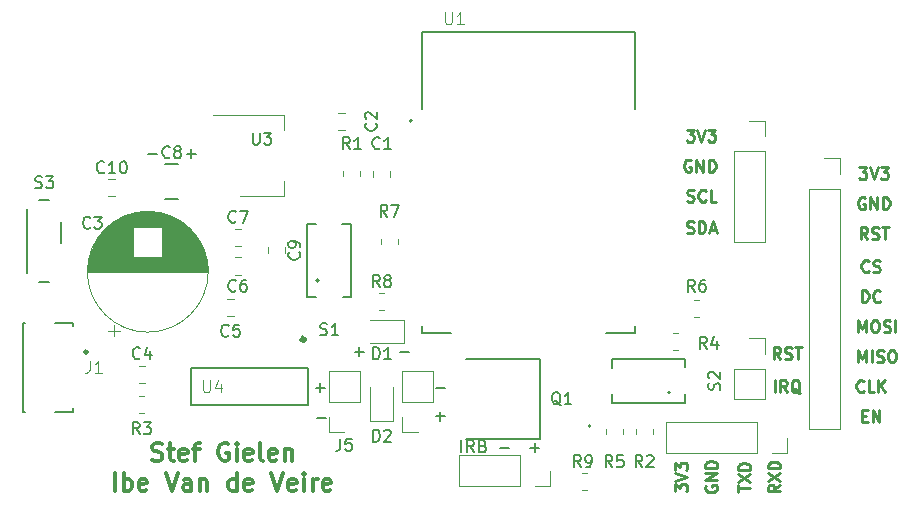
<source format=gbr>
%TF.GenerationSoftware,KiCad,Pcbnew,(5.1.9)-1*%
%TF.CreationDate,2021-04-09T17:12:20+02:00*%
%TF.ProjectId,mainboard,6d61696e-626f-4617-9264-2e6b69636164,rev?*%
%TF.SameCoordinates,Original*%
%TF.FileFunction,Legend,Top*%
%TF.FilePolarity,Positive*%
%FSLAX46Y46*%
G04 Gerber Fmt 4.6, Leading zero omitted, Abs format (unit mm)*
G04 Created by KiCad (PCBNEW (5.1.9)-1) date 2021-04-09 17:12:20*
%MOMM*%
%LPD*%
G01*
G04 APERTURE LIST*
%ADD10C,0.150000*%
%ADD11C,0.250000*%
%ADD12C,0.300000*%
%ADD13C,0.120000*%
%ADD14C,0.127000*%
%ADD15C,0.200000*%
%ADD16C,0.203200*%
%ADD17C,0.406400*%
%ADD18C,0.015000*%
G04 APERTURE END LIST*
D10*
X106172047Y-107005428D02*
X106933952Y-107005428D01*
X106172047Y-109418428D02*
X106933952Y-109418428D01*
X106553000Y-109799380D02*
X106553000Y-109037476D01*
X96139047Y-109545428D02*
X96900952Y-109545428D01*
X96012047Y-107005428D02*
X96773952Y-107005428D01*
X96393000Y-107386380D02*
X96393000Y-106624476D01*
X114173047Y-112085428D02*
X114934952Y-112085428D01*
X114554000Y-112466380D02*
X114554000Y-111704476D01*
X111633047Y-112085428D02*
X112394952Y-112085428D01*
X108347000Y-112466380D02*
X108347000Y-111466380D01*
X109394619Y-112466380D02*
X109061285Y-111990190D01*
X108823190Y-112466380D02*
X108823190Y-111466380D01*
X109204142Y-111466380D01*
X109299380Y-111514000D01*
X109347000Y-111561619D01*
X109394619Y-111656857D01*
X109394619Y-111799714D01*
X109347000Y-111894952D01*
X109299380Y-111942571D01*
X109204142Y-111990190D01*
X108823190Y-111990190D01*
X110156523Y-111942571D02*
X110299380Y-111990190D01*
X110347000Y-112037809D01*
X110394619Y-112133047D01*
X110394619Y-112275904D01*
X110347000Y-112371142D01*
X110299380Y-112418761D01*
X110204142Y-112466380D01*
X109823190Y-112466380D01*
X109823190Y-111466380D01*
X110156523Y-111466380D01*
X110251761Y-111514000D01*
X110299380Y-111561619D01*
X110347000Y-111656857D01*
X110347000Y-111752095D01*
X110299380Y-111847333D01*
X110251761Y-111894952D01*
X110156523Y-111942571D01*
X109823190Y-111942571D01*
X85090047Y-87193428D02*
X85851952Y-87193428D01*
X85471000Y-87574380D02*
X85471000Y-86812476D01*
X81788047Y-87193428D02*
X82549952Y-87193428D01*
X99314047Y-103957428D02*
X100075952Y-103957428D01*
X99695000Y-104338380D02*
X99695000Y-103576476D01*
X103124047Y-103957428D02*
X103885952Y-103957428D01*
D11*
X127412904Y-85177380D02*
X128031952Y-85177380D01*
X127698619Y-85558333D01*
X127841476Y-85558333D01*
X127936714Y-85605952D01*
X127984333Y-85653571D01*
X128031952Y-85748809D01*
X128031952Y-85986904D01*
X127984333Y-86082142D01*
X127936714Y-86129761D01*
X127841476Y-86177380D01*
X127555761Y-86177380D01*
X127460523Y-86129761D01*
X127412904Y-86082142D01*
X128317666Y-85177380D02*
X128651000Y-86177380D01*
X128984333Y-85177380D01*
X129222428Y-85177380D02*
X129841476Y-85177380D01*
X129508142Y-85558333D01*
X129651000Y-85558333D01*
X129746238Y-85605952D01*
X129793857Y-85653571D01*
X129841476Y-85748809D01*
X129841476Y-85986904D01*
X129793857Y-86082142D01*
X129746238Y-86129761D01*
X129651000Y-86177380D01*
X129365285Y-86177380D01*
X129270047Y-86129761D01*
X129222428Y-86082142D01*
X127762095Y-87765000D02*
X127666857Y-87717380D01*
X127524000Y-87717380D01*
X127381142Y-87765000D01*
X127285904Y-87860238D01*
X127238285Y-87955476D01*
X127190666Y-88145952D01*
X127190666Y-88288809D01*
X127238285Y-88479285D01*
X127285904Y-88574523D01*
X127381142Y-88669761D01*
X127524000Y-88717380D01*
X127619238Y-88717380D01*
X127762095Y-88669761D01*
X127809714Y-88622142D01*
X127809714Y-88288809D01*
X127619238Y-88288809D01*
X128238285Y-88717380D02*
X128238285Y-87717380D01*
X128809714Y-88717380D01*
X128809714Y-87717380D01*
X129285904Y-88717380D02*
X129285904Y-87717380D01*
X129524000Y-87717380D01*
X129666857Y-87765000D01*
X129762095Y-87860238D01*
X129809714Y-87955476D01*
X129857333Y-88145952D01*
X129857333Y-88288809D01*
X129809714Y-88479285D01*
X129762095Y-88574523D01*
X129666857Y-88669761D01*
X129524000Y-88717380D01*
X129285904Y-88717380D01*
X127460523Y-91209761D02*
X127603380Y-91257380D01*
X127841476Y-91257380D01*
X127936714Y-91209761D01*
X127984333Y-91162142D01*
X128031952Y-91066904D01*
X128031952Y-90971666D01*
X127984333Y-90876428D01*
X127936714Y-90828809D01*
X127841476Y-90781190D01*
X127651000Y-90733571D01*
X127555761Y-90685952D01*
X127508142Y-90638333D01*
X127460523Y-90543095D01*
X127460523Y-90447857D01*
X127508142Y-90352619D01*
X127555761Y-90305000D01*
X127651000Y-90257380D01*
X127889095Y-90257380D01*
X128031952Y-90305000D01*
X129031952Y-91162142D02*
X128984333Y-91209761D01*
X128841476Y-91257380D01*
X128746238Y-91257380D01*
X128603380Y-91209761D01*
X128508142Y-91114523D01*
X128460523Y-91019285D01*
X128412904Y-90828809D01*
X128412904Y-90685952D01*
X128460523Y-90495476D01*
X128508142Y-90400238D01*
X128603380Y-90305000D01*
X128746238Y-90257380D01*
X128841476Y-90257380D01*
X128984333Y-90305000D01*
X129031952Y-90352619D01*
X129936714Y-91257380D02*
X129460523Y-91257380D01*
X129460523Y-90257380D01*
X127436714Y-93876761D02*
X127579571Y-93924380D01*
X127817666Y-93924380D01*
X127912904Y-93876761D01*
X127960523Y-93829142D01*
X128008142Y-93733904D01*
X128008142Y-93638666D01*
X127960523Y-93543428D01*
X127912904Y-93495809D01*
X127817666Y-93448190D01*
X127627190Y-93400571D01*
X127531952Y-93352952D01*
X127484333Y-93305333D01*
X127436714Y-93210095D01*
X127436714Y-93114857D01*
X127484333Y-93019619D01*
X127531952Y-92972000D01*
X127627190Y-92924380D01*
X127865285Y-92924380D01*
X128008142Y-92972000D01*
X128436714Y-93924380D02*
X128436714Y-92924380D01*
X128674809Y-92924380D01*
X128817666Y-92972000D01*
X128912904Y-93067238D01*
X128960523Y-93162476D01*
X129008142Y-93352952D01*
X129008142Y-93495809D01*
X128960523Y-93686285D01*
X128912904Y-93781523D01*
X128817666Y-93876761D01*
X128674809Y-93924380D01*
X128436714Y-93924380D01*
X129389095Y-93638666D02*
X129865285Y-93638666D01*
X129293857Y-93924380D02*
X129627190Y-92924380D01*
X129960523Y-93924380D01*
X142017904Y-88352380D02*
X142636952Y-88352380D01*
X142303619Y-88733333D01*
X142446476Y-88733333D01*
X142541714Y-88780952D01*
X142589333Y-88828571D01*
X142636952Y-88923809D01*
X142636952Y-89161904D01*
X142589333Y-89257142D01*
X142541714Y-89304761D01*
X142446476Y-89352380D01*
X142160761Y-89352380D01*
X142065523Y-89304761D01*
X142017904Y-89257142D01*
X142922666Y-88352380D02*
X143256000Y-89352380D01*
X143589333Y-88352380D01*
X143827428Y-88352380D02*
X144446476Y-88352380D01*
X144113142Y-88733333D01*
X144256000Y-88733333D01*
X144351238Y-88780952D01*
X144398857Y-88828571D01*
X144446476Y-88923809D01*
X144446476Y-89161904D01*
X144398857Y-89257142D01*
X144351238Y-89304761D01*
X144256000Y-89352380D01*
X143970285Y-89352380D01*
X143875047Y-89304761D01*
X143827428Y-89257142D01*
X142494095Y-90940000D02*
X142398857Y-90892380D01*
X142256000Y-90892380D01*
X142113142Y-90940000D01*
X142017904Y-91035238D01*
X141970285Y-91130476D01*
X141922666Y-91320952D01*
X141922666Y-91463809D01*
X141970285Y-91654285D01*
X142017904Y-91749523D01*
X142113142Y-91844761D01*
X142256000Y-91892380D01*
X142351238Y-91892380D01*
X142494095Y-91844761D01*
X142541714Y-91797142D01*
X142541714Y-91463809D01*
X142351238Y-91463809D01*
X142970285Y-91892380D02*
X142970285Y-90892380D01*
X143541714Y-91892380D01*
X143541714Y-90892380D01*
X144017904Y-91892380D02*
X144017904Y-90892380D01*
X144256000Y-90892380D01*
X144398857Y-90940000D01*
X144494095Y-91035238D01*
X144541714Y-91130476D01*
X144589333Y-91320952D01*
X144589333Y-91463809D01*
X144541714Y-91654285D01*
X144494095Y-91749523D01*
X144398857Y-91844761D01*
X144256000Y-91892380D01*
X144017904Y-91892380D01*
X142708380Y-94432380D02*
X142375047Y-93956190D01*
X142136952Y-94432380D02*
X142136952Y-93432380D01*
X142517904Y-93432380D01*
X142613142Y-93480000D01*
X142660761Y-93527619D01*
X142708380Y-93622857D01*
X142708380Y-93765714D01*
X142660761Y-93860952D01*
X142613142Y-93908571D01*
X142517904Y-93956190D01*
X142136952Y-93956190D01*
X143089333Y-94384761D02*
X143232190Y-94432380D01*
X143470285Y-94432380D01*
X143565523Y-94384761D01*
X143613142Y-94337142D01*
X143660761Y-94241904D01*
X143660761Y-94146666D01*
X143613142Y-94051428D01*
X143565523Y-94003809D01*
X143470285Y-93956190D01*
X143279809Y-93908571D01*
X143184571Y-93860952D01*
X143136952Y-93813333D01*
X143089333Y-93718095D01*
X143089333Y-93622857D01*
X143136952Y-93527619D01*
X143184571Y-93480000D01*
X143279809Y-93432380D01*
X143517904Y-93432380D01*
X143660761Y-93480000D01*
X143946476Y-93432380D02*
X144517904Y-93432380D01*
X144232190Y-94432380D02*
X144232190Y-93432380D01*
X142835333Y-97131142D02*
X142787714Y-97178761D01*
X142644857Y-97226380D01*
X142549619Y-97226380D01*
X142406761Y-97178761D01*
X142311523Y-97083523D01*
X142263904Y-96988285D01*
X142216285Y-96797809D01*
X142216285Y-96654952D01*
X142263904Y-96464476D01*
X142311523Y-96369238D01*
X142406761Y-96274000D01*
X142549619Y-96226380D01*
X142644857Y-96226380D01*
X142787714Y-96274000D01*
X142835333Y-96321619D01*
X143216285Y-97178761D02*
X143359142Y-97226380D01*
X143597238Y-97226380D01*
X143692476Y-97178761D01*
X143740095Y-97131142D01*
X143787714Y-97035904D01*
X143787714Y-96940666D01*
X143740095Y-96845428D01*
X143692476Y-96797809D01*
X143597238Y-96750190D01*
X143406761Y-96702571D01*
X143311523Y-96654952D01*
X143263904Y-96607333D01*
X143216285Y-96512095D01*
X143216285Y-96416857D01*
X143263904Y-96321619D01*
X143311523Y-96274000D01*
X143406761Y-96226380D01*
X143644857Y-96226380D01*
X143787714Y-96274000D01*
X142240095Y-99766380D02*
X142240095Y-98766380D01*
X142478190Y-98766380D01*
X142621047Y-98814000D01*
X142716285Y-98909238D01*
X142763904Y-99004476D01*
X142811523Y-99194952D01*
X142811523Y-99337809D01*
X142763904Y-99528285D01*
X142716285Y-99623523D01*
X142621047Y-99718761D01*
X142478190Y-99766380D01*
X142240095Y-99766380D01*
X143811523Y-99671142D02*
X143763904Y-99718761D01*
X143621047Y-99766380D01*
X143525809Y-99766380D01*
X143382952Y-99718761D01*
X143287714Y-99623523D01*
X143240095Y-99528285D01*
X143192476Y-99337809D01*
X143192476Y-99194952D01*
X143240095Y-99004476D01*
X143287714Y-98909238D01*
X143382952Y-98814000D01*
X143525809Y-98766380D01*
X143621047Y-98766380D01*
X143763904Y-98814000D01*
X143811523Y-98861619D01*
X141938571Y-102306380D02*
X141938571Y-101306380D01*
X142271904Y-102020666D01*
X142605238Y-101306380D01*
X142605238Y-102306380D01*
X143271904Y-101306380D02*
X143462380Y-101306380D01*
X143557619Y-101354000D01*
X143652857Y-101449238D01*
X143700476Y-101639714D01*
X143700476Y-101973047D01*
X143652857Y-102163523D01*
X143557619Y-102258761D01*
X143462380Y-102306380D01*
X143271904Y-102306380D01*
X143176666Y-102258761D01*
X143081428Y-102163523D01*
X143033809Y-101973047D01*
X143033809Y-101639714D01*
X143081428Y-101449238D01*
X143176666Y-101354000D01*
X143271904Y-101306380D01*
X144081428Y-102258761D02*
X144224285Y-102306380D01*
X144462380Y-102306380D01*
X144557619Y-102258761D01*
X144605238Y-102211142D01*
X144652857Y-102115904D01*
X144652857Y-102020666D01*
X144605238Y-101925428D01*
X144557619Y-101877809D01*
X144462380Y-101830190D01*
X144271904Y-101782571D01*
X144176666Y-101734952D01*
X144129047Y-101687333D01*
X144081428Y-101592095D01*
X144081428Y-101496857D01*
X144129047Y-101401619D01*
X144176666Y-101354000D01*
X144271904Y-101306380D01*
X144510000Y-101306380D01*
X144652857Y-101354000D01*
X145081428Y-102306380D02*
X145081428Y-101306380D01*
X141938571Y-104846380D02*
X141938571Y-103846380D01*
X142271904Y-104560666D01*
X142605238Y-103846380D01*
X142605238Y-104846380D01*
X143081428Y-104846380D02*
X143081428Y-103846380D01*
X143510000Y-104798761D02*
X143652857Y-104846380D01*
X143890952Y-104846380D01*
X143986190Y-104798761D01*
X144033809Y-104751142D01*
X144081428Y-104655904D01*
X144081428Y-104560666D01*
X144033809Y-104465428D01*
X143986190Y-104417809D01*
X143890952Y-104370190D01*
X143700476Y-104322571D01*
X143605238Y-104274952D01*
X143557619Y-104227333D01*
X143510000Y-104132095D01*
X143510000Y-104036857D01*
X143557619Y-103941619D01*
X143605238Y-103894000D01*
X143700476Y-103846380D01*
X143938571Y-103846380D01*
X144081428Y-103894000D01*
X144700476Y-103846380D02*
X144890952Y-103846380D01*
X144986190Y-103894000D01*
X145081428Y-103989238D01*
X145129047Y-104179714D01*
X145129047Y-104513047D01*
X145081428Y-104703523D01*
X144986190Y-104798761D01*
X144890952Y-104846380D01*
X144700476Y-104846380D01*
X144605238Y-104798761D01*
X144510000Y-104703523D01*
X144462380Y-104513047D01*
X144462380Y-104179714D01*
X144510000Y-103989238D01*
X144605238Y-103894000D01*
X144700476Y-103846380D01*
X142406761Y-107291142D02*
X142359142Y-107338761D01*
X142216285Y-107386380D01*
X142121047Y-107386380D01*
X141978190Y-107338761D01*
X141882952Y-107243523D01*
X141835333Y-107148285D01*
X141787714Y-106957809D01*
X141787714Y-106814952D01*
X141835333Y-106624476D01*
X141882952Y-106529238D01*
X141978190Y-106434000D01*
X142121047Y-106386380D01*
X142216285Y-106386380D01*
X142359142Y-106434000D01*
X142406761Y-106481619D01*
X143311523Y-107386380D02*
X142835333Y-107386380D01*
X142835333Y-106386380D01*
X143644857Y-107386380D02*
X143644857Y-106386380D01*
X144216285Y-107386380D02*
X143787714Y-106814952D01*
X144216285Y-106386380D02*
X143644857Y-106957809D01*
X142263904Y-109402571D02*
X142597238Y-109402571D01*
X142740095Y-109926380D02*
X142263904Y-109926380D01*
X142263904Y-108926380D01*
X142740095Y-108926380D01*
X143168666Y-109926380D02*
X143168666Y-108926380D01*
X143740095Y-109926380D01*
X143740095Y-108926380D01*
D12*
X82173714Y-113124142D02*
X82388000Y-113195571D01*
X82745142Y-113195571D01*
X82888000Y-113124142D01*
X82959428Y-113052714D01*
X83030857Y-112909857D01*
X83030857Y-112767000D01*
X82959428Y-112624142D01*
X82888000Y-112552714D01*
X82745142Y-112481285D01*
X82459428Y-112409857D01*
X82316571Y-112338428D01*
X82245142Y-112267000D01*
X82173714Y-112124142D01*
X82173714Y-111981285D01*
X82245142Y-111838428D01*
X82316571Y-111767000D01*
X82459428Y-111695571D01*
X82816571Y-111695571D01*
X83030857Y-111767000D01*
X83459428Y-112195571D02*
X84030857Y-112195571D01*
X83673714Y-111695571D02*
X83673714Y-112981285D01*
X83745142Y-113124142D01*
X83888000Y-113195571D01*
X84030857Y-113195571D01*
X85102285Y-113124142D02*
X84959428Y-113195571D01*
X84673714Y-113195571D01*
X84530857Y-113124142D01*
X84459428Y-112981285D01*
X84459428Y-112409857D01*
X84530857Y-112267000D01*
X84673714Y-112195571D01*
X84959428Y-112195571D01*
X85102285Y-112267000D01*
X85173714Y-112409857D01*
X85173714Y-112552714D01*
X84459428Y-112695571D01*
X85602285Y-112195571D02*
X86173714Y-112195571D01*
X85816571Y-113195571D02*
X85816571Y-111909857D01*
X85888000Y-111767000D01*
X86030857Y-111695571D01*
X86173714Y-111695571D01*
X88602285Y-111767000D02*
X88459428Y-111695571D01*
X88245142Y-111695571D01*
X88030857Y-111767000D01*
X87888000Y-111909857D01*
X87816571Y-112052714D01*
X87745142Y-112338428D01*
X87745142Y-112552714D01*
X87816571Y-112838428D01*
X87888000Y-112981285D01*
X88030857Y-113124142D01*
X88245142Y-113195571D01*
X88388000Y-113195571D01*
X88602285Y-113124142D01*
X88673714Y-113052714D01*
X88673714Y-112552714D01*
X88388000Y-112552714D01*
X89316571Y-113195571D02*
X89316571Y-112195571D01*
X89316571Y-111695571D02*
X89245142Y-111767000D01*
X89316571Y-111838428D01*
X89388000Y-111767000D01*
X89316571Y-111695571D01*
X89316571Y-111838428D01*
X90602285Y-113124142D02*
X90459428Y-113195571D01*
X90173714Y-113195571D01*
X90030857Y-113124142D01*
X89959428Y-112981285D01*
X89959428Y-112409857D01*
X90030857Y-112267000D01*
X90173714Y-112195571D01*
X90459428Y-112195571D01*
X90602285Y-112267000D01*
X90673714Y-112409857D01*
X90673714Y-112552714D01*
X89959428Y-112695571D01*
X91530857Y-113195571D02*
X91388000Y-113124142D01*
X91316571Y-112981285D01*
X91316571Y-111695571D01*
X92673714Y-113124142D02*
X92530857Y-113195571D01*
X92245142Y-113195571D01*
X92102285Y-113124142D01*
X92030857Y-112981285D01*
X92030857Y-112409857D01*
X92102285Y-112267000D01*
X92245142Y-112195571D01*
X92530857Y-112195571D01*
X92673714Y-112267000D01*
X92745142Y-112409857D01*
X92745142Y-112552714D01*
X92030857Y-112695571D01*
X93388000Y-112195571D02*
X93388000Y-113195571D01*
X93388000Y-112338428D02*
X93459428Y-112267000D01*
X93602285Y-112195571D01*
X93816571Y-112195571D01*
X93959428Y-112267000D01*
X94030857Y-112409857D01*
X94030857Y-113195571D01*
X79030857Y-115745571D02*
X79030857Y-114245571D01*
X79745142Y-115745571D02*
X79745142Y-114245571D01*
X79745142Y-114817000D02*
X79888000Y-114745571D01*
X80173714Y-114745571D01*
X80316571Y-114817000D01*
X80388000Y-114888428D01*
X80459428Y-115031285D01*
X80459428Y-115459857D01*
X80388000Y-115602714D01*
X80316571Y-115674142D01*
X80173714Y-115745571D01*
X79888000Y-115745571D01*
X79745142Y-115674142D01*
X81673714Y-115674142D02*
X81530857Y-115745571D01*
X81245142Y-115745571D01*
X81102285Y-115674142D01*
X81030857Y-115531285D01*
X81030857Y-114959857D01*
X81102285Y-114817000D01*
X81245142Y-114745571D01*
X81530857Y-114745571D01*
X81673714Y-114817000D01*
X81745142Y-114959857D01*
X81745142Y-115102714D01*
X81030857Y-115245571D01*
X83316571Y-114245571D02*
X83816571Y-115745571D01*
X84316571Y-114245571D01*
X85459428Y-115745571D02*
X85459428Y-114959857D01*
X85388000Y-114817000D01*
X85245142Y-114745571D01*
X84959428Y-114745571D01*
X84816571Y-114817000D01*
X85459428Y-115674142D02*
X85316571Y-115745571D01*
X84959428Y-115745571D01*
X84816571Y-115674142D01*
X84745142Y-115531285D01*
X84745142Y-115388428D01*
X84816571Y-115245571D01*
X84959428Y-115174142D01*
X85316571Y-115174142D01*
X85459428Y-115102714D01*
X86173714Y-114745571D02*
X86173714Y-115745571D01*
X86173714Y-114888428D02*
X86245142Y-114817000D01*
X86388000Y-114745571D01*
X86602285Y-114745571D01*
X86745142Y-114817000D01*
X86816571Y-114959857D01*
X86816571Y-115745571D01*
X89316571Y-115745571D02*
X89316571Y-114245571D01*
X89316571Y-115674142D02*
X89173714Y-115745571D01*
X88888000Y-115745571D01*
X88745142Y-115674142D01*
X88673714Y-115602714D01*
X88602285Y-115459857D01*
X88602285Y-115031285D01*
X88673714Y-114888428D01*
X88745142Y-114817000D01*
X88888000Y-114745571D01*
X89173714Y-114745571D01*
X89316571Y-114817000D01*
X90602285Y-115674142D02*
X90459428Y-115745571D01*
X90173714Y-115745571D01*
X90030857Y-115674142D01*
X89959428Y-115531285D01*
X89959428Y-114959857D01*
X90030857Y-114817000D01*
X90173714Y-114745571D01*
X90459428Y-114745571D01*
X90602285Y-114817000D01*
X90673714Y-114959857D01*
X90673714Y-115102714D01*
X89959428Y-115245571D01*
X92245142Y-114245571D02*
X92745142Y-115745571D01*
X93245142Y-114245571D01*
X94316571Y-115674142D02*
X94173714Y-115745571D01*
X93888000Y-115745571D01*
X93745142Y-115674142D01*
X93673714Y-115531285D01*
X93673714Y-114959857D01*
X93745142Y-114817000D01*
X93888000Y-114745571D01*
X94173714Y-114745571D01*
X94316571Y-114817000D01*
X94388000Y-114959857D01*
X94388000Y-115102714D01*
X93673714Y-115245571D01*
X95030857Y-115745571D02*
X95030857Y-114745571D01*
X95030857Y-114245571D02*
X94959428Y-114317000D01*
X95030857Y-114388428D01*
X95102285Y-114317000D01*
X95030857Y-114245571D01*
X95030857Y-114388428D01*
X95745142Y-115745571D02*
X95745142Y-114745571D01*
X95745142Y-115031285D02*
X95816571Y-114888428D01*
X95888000Y-114817000D01*
X96030857Y-114745571D01*
X96173714Y-114745571D01*
X97245142Y-115674142D02*
X97102285Y-115745571D01*
X96816571Y-115745571D01*
X96673714Y-115674142D01*
X96602285Y-115531285D01*
X96602285Y-114959857D01*
X96673714Y-114817000D01*
X96816571Y-114745571D01*
X97102285Y-114745571D01*
X97245142Y-114817000D01*
X97316571Y-114959857D01*
X97316571Y-115102714D01*
X96602285Y-115245571D01*
D11*
X135342380Y-104592380D02*
X135009047Y-104116190D01*
X134770952Y-104592380D02*
X134770952Y-103592380D01*
X135151904Y-103592380D01*
X135247142Y-103640000D01*
X135294761Y-103687619D01*
X135342380Y-103782857D01*
X135342380Y-103925714D01*
X135294761Y-104020952D01*
X135247142Y-104068571D01*
X135151904Y-104116190D01*
X134770952Y-104116190D01*
X135723333Y-104544761D02*
X135866190Y-104592380D01*
X136104285Y-104592380D01*
X136199523Y-104544761D01*
X136247142Y-104497142D01*
X136294761Y-104401904D01*
X136294761Y-104306666D01*
X136247142Y-104211428D01*
X136199523Y-104163809D01*
X136104285Y-104116190D01*
X135913809Y-104068571D01*
X135818571Y-104020952D01*
X135770952Y-103973333D01*
X135723333Y-103878095D01*
X135723333Y-103782857D01*
X135770952Y-103687619D01*
X135818571Y-103640000D01*
X135913809Y-103592380D01*
X136151904Y-103592380D01*
X136294761Y-103640000D01*
X136580476Y-103592380D02*
X137151904Y-103592380D01*
X136866190Y-104592380D02*
X136866190Y-103592380D01*
X134866190Y-107386380D02*
X134866190Y-106386380D01*
X135913809Y-107386380D02*
X135580476Y-106910190D01*
X135342380Y-107386380D02*
X135342380Y-106386380D01*
X135723333Y-106386380D01*
X135818571Y-106434000D01*
X135866190Y-106481619D01*
X135913809Y-106576857D01*
X135913809Y-106719714D01*
X135866190Y-106814952D01*
X135818571Y-106862571D01*
X135723333Y-106910190D01*
X135342380Y-106910190D01*
X137009047Y-107481619D02*
X136913809Y-107434000D01*
X136818571Y-107338761D01*
X136675714Y-107195904D01*
X136580476Y-107148285D01*
X136485238Y-107148285D01*
X136532857Y-107386380D02*
X136437619Y-107338761D01*
X136342380Y-107243523D01*
X136294761Y-107053047D01*
X136294761Y-106719714D01*
X136342380Y-106529238D01*
X136437619Y-106434000D01*
X136532857Y-106386380D01*
X136723333Y-106386380D01*
X136818571Y-106434000D01*
X136913809Y-106529238D01*
X136961428Y-106719714D01*
X136961428Y-107053047D01*
X136913809Y-107243523D01*
X136818571Y-107338761D01*
X136723333Y-107386380D01*
X136532857Y-107386380D01*
X135326380Y-115220666D02*
X134850190Y-115554000D01*
X135326380Y-115792095D02*
X134326380Y-115792095D01*
X134326380Y-115411142D01*
X134374000Y-115315904D01*
X134421619Y-115268285D01*
X134516857Y-115220666D01*
X134659714Y-115220666D01*
X134754952Y-115268285D01*
X134802571Y-115315904D01*
X134850190Y-115411142D01*
X134850190Y-115792095D01*
X134326380Y-114887333D02*
X135326380Y-114220666D01*
X134326380Y-114220666D02*
X135326380Y-114887333D01*
X135326380Y-113839714D02*
X134326380Y-113839714D01*
X134326380Y-113601619D01*
X134374000Y-113458761D01*
X134469238Y-113363523D01*
X134564476Y-113315904D01*
X134754952Y-113268285D01*
X134897809Y-113268285D01*
X135088285Y-113315904D01*
X135183523Y-113363523D01*
X135278761Y-113458761D01*
X135326380Y-113601619D01*
X135326380Y-113839714D01*
X131786380Y-115815904D02*
X131786380Y-115244476D01*
X132786380Y-115530190D02*
X131786380Y-115530190D01*
X131786380Y-115006380D02*
X132786380Y-114339714D01*
X131786380Y-114339714D02*
X132786380Y-115006380D01*
X132786380Y-113958761D02*
X131786380Y-113958761D01*
X131786380Y-113720666D01*
X131834000Y-113577809D01*
X131929238Y-113482571D01*
X132024476Y-113434952D01*
X132214952Y-113387333D01*
X132357809Y-113387333D01*
X132548285Y-113434952D01*
X132643523Y-113482571D01*
X132738761Y-113577809D01*
X132786380Y-113720666D01*
X132786380Y-113958761D01*
X129040000Y-115315904D02*
X128992380Y-115411142D01*
X128992380Y-115554000D01*
X129040000Y-115696857D01*
X129135238Y-115792095D01*
X129230476Y-115839714D01*
X129420952Y-115887333D01*
X129563809Y-115887333D01*
X129754285Y-115839714D01*
X129849523Y-115792095D01*
X129944761Y-115696857D01*
X129992380Y-115554000D01*
X129992380Y-115458761D01*
X129944761Y-115315904D01*
X129897142Y-115268285D01*
X129563809Y-115268285D01*
X129563809Y-115458761D01*
X129992380Y-114839714D02*
X128992380Y-114839714D01*
X129992380Y-114268285D01*
X128992380Y-114268285D01*
X129992380Y-113792095D02*
X128992380Y-113792095D01*
X128992380Y-113554000D01*
X129040000Y-113411142D01*
X129135238Y-113315904D01*
X129230476Y-113268285D01*
X129420952Y-113220666D01*
X129563809Y-113220666D01*
X129754285Y-113268285D01*
X129849523Y-113315904D01*
X129944761Y-113411142D01*
X129992380Y-113554000D01*
X129992380Y-113792095D01*
X126452380Y-115792095D02*
X126452380Y-115173047D01*
X126833333Y-115506380D01*
X126833333Y-115363523D01*
X126880952Y-115268285D01*
X126928571Y-115220666D01*
X127023809Y-115173047D01*
X127261904Y-115173047D01*
X127357142Y-115220666D01*
X127404761Y-115268285D01*
X127452380Y-115363523D01*
X127452380Y-115649238D01*
X127404761Y-115744476D01*
X127357142Y-115792095D01*
X126452380Y-114887333D02*
X127452380Y-114554000D01*
X126452380Y-114220666D01*
X126452380Y-113982571D02*
X126452380Y-113363523D01*
X126833333Y-113696857D01*
X126833333Y-113554000D01*
X126880952Y-113458761D01*
X126928571Y-113411142D01*
X127023809Y-113363523D01*
X127261904Y-113363523D01*
X127357142Y-113411142D01*
X127404761Y-113458761D01*
X127452380Y-113554000D01*
X127452380Y-113839714D01*
X127404761Y-113934952D01*
X127357142Y-113982571D01*
D13*
%TO.C,D2*%
X102560000Y-109810000D02*
X102560000Y-106950000D01*
X100640000Y-109810000D02*
X102560000Y-109810000D01*
X100640000Y-106950000D02*
X100640000Y-109810000D01*
%TO.C,R9*%
X118972064Y-115670000D02*
X118517936Y-115670000D01*
X118972064Y-114200000D02*
X118517936Y-114200000D01*
%TO.C,J7*%
X131385000Y-86995000D02*
X134045000Y-86995000D01*
X131385000Y-86995000D02*
X131385000Y-94675000D01*
X131385000Y-94675000D02*
X134045000Y-94675000D01*
X134045000Y-86995000D02*
X134045000Y-94675000D01*
X134045000Y-84395000D02*
X134045000Y-85725000D01*
X132715000Y-84395000D02*
X134045000Y-84395000D01*
D14*
%TO.C,C8*%
X84370000Y-91035000D02*
X83270000Y-91035000D01*
X84370000Y-88035000D02*
X83270000Y-88035000D01*
D13*
%TO.C,C3*%
X86908000Y-97195000D02*
G75*
G03*
X86908000Y-97195000I-5120000J0D01*
G01*
X76708000Y-97195000D02*
X86868000Y-97195000D01*
X76708000Y-97155000D02*
X86868000Y-97155000D01*
X76708000Y-97115000D02*
X86868000Y-97115000D01*
X76709000Y-97075000D02*
X86867000Y-97075000D01*
X76710000Y-97035000D02*
X86866000Y-97035000D01*
X76711000Y-96995000D02*
X86865000Y-96995000D01*
X76713000Y-96955000D02*
X86863000Y-96955000D01*
X76715000Y-96915000D02*
X86861000Y-96915000D01*
X76718000Y-96875000D02*
X86858000Y-96875000D01*
X76720000Y-96835000D02*
X86856000Y-96835000D01*
X76723000Y-96795000D02*
X86853000Y-96795000D01*
X76726000Y-96755000D02*
X86850000Y-96755000D01*
X76730000Y-96715000D02*
X86846000Y-96715000D01*
X76734000Y-96675000D02*
X86842000Y-96675000D01*
X76738000Y-96635000D02*
X86838000Y-96635000D01*
X76743000Y-96595000D02*
X86833000Y-96595000D01*
X76748000Y-96555000D02*
X86828000Y-96555000D01*
X76753000Y-96515000D02*
X86823000Y-96515000D01*
X76758000Y-96474000D02*
X86818000Y-96474000D01*
X76764000Y-96434000D02*
X86812000Y-96434000D01*
X76770000Y-96394000D02*
X86806000Y-96394000D01*
X76777000Y-96354000D02*
X86799000Y-96354000D01*
X76784000Y-96314000D02*
X86792000Y-96314000D01*
X76791000Y-96274000D02*
X86785000Y-96274000D01*
X76798000Y-96234000D02*
X86778000Y-96234000D01*
X76806000Y-96194000D02*
X86770000Y-96194000D01*
X76814000Y-96154000D02*
X86762000Y-96154000D01*
X76823000Y-96114000D02*
X86753000Y-96114000D01*
X76832000Y-96074000D02*
X86744000Y-96074000D01*
X76841000Y-96034000D02*
X86735000Y-96034000D01*
X76850000Y-95994000D02*
X86726000Y-95994000D01*
X76860000Y-95954000D02*
X86716000Y-95954000D01*
X76870000Y-95914000D02*
X80547000Y-95914000D01*
X83029000Y-95914000D02*
X86706000Y-95914000D01*
X76881000Y-95874000D02*
X80547000Y-95874000D01*
X83029000Y-95874000D02*
X86695000Y-95874000D01*
X76891000Y-95834000D02*
X80547000Y-95834000D01*
X83029000Y-95834000D02*
X86685000Y-95834000D01*
X76903000Y-95794000D02*
X80547000Y-95794000D01*
X83029000Y-95794000D02*
X86673000Y-95794000D01*
X76914000Y-95754000D02*
X80547000Y-95754000D01*
X83029000Y-95754000D02*
X86662000Y-95754000D01*
X76926000Y-95714000D02*
X80547000Y-95714000D01*
X83029000Y-95714000D02*
X86650000Y-95714000D01*
X76938000Y-95674000D02*
X80547000Y-95674000D01*
X83029000Y-95674000D02*
X86638000Y-95674000D01*
X76951000Y-95634000D02*
X80547000Y-95634000D01*
X83029000Y-95634000D02*
X86625000Y-95634000D01*
X76964000Y-95594000D02*
X80547000Y-95594000D01*
X83029000Y-95594000D02*
X86612000Y-95594000D01*
X76977000Y-95554000D02*
X80547000Y-95554000D01*
X83029000Y-95554000D02*
X86599000Y-95554000D01*
X76991000Y-95514000D02*
X80547000Y-95514000D01*
X83029000Y-95514000D02*
X86585000Y-95514000D01*
X77005000Y-95474000D02*
X80547000Y-95474000D01*
X83029000Y-95474000D02*
X86571000Y-95474000D01*
X77020000Y-95434000D02*
X80547000Y-95434000D01*
X83029000Y-95434000D02*
X86556000Y-95434000D01*
X77034000Y-95394000D02*
X80547000Y-95394000D01*
X83029000Y-95394000D02*
X86542000Y-95394000D01*
X77050000Y-95354000D02*
X80547000Y-95354000D01*
X83029000Y-95354000D02*
X86526000Y-95354000D01*
X77065000Y-95314000D02*
X80547000Y-95314000D01*
X83029000Y-95314000D02*
X86511000Y-95314000D01*
X77081000Y-95274000D02*
X80547000Y-95274000D01*
X83029000Y-95274000D02*
X86495000Y-95274000D01*
X77098000Y-95234000D02*
X80547000Y-95234000D01*
X83029000Y-95234000D02*
X86478000Y-95234000D01*
X77114000Y-95194000D02*
X80547000Y-95194000D01*
X83029000Y-95194000D02*
X86462000Y-95194000D01*
X77131000Y-95154000D02*
X80547000Y-95154000D01*
X83029000Y-95154000D02*
X86445000Y-95154000D01*
X77149000Y-95114000D02*
X80547000Y-95114000D01*
X83029000Y-95114000D02*
X86427000Y-95114000D01*
X77167000Y-95074000D02*
X80547000Y-95074000D01*
X83029000Y-95074000D02*
X86409000Y-95074000D01*
X77185000Y-95034000D02*
X80547000Y-95034000D01*
X83029000Y-95034000D02*
X86391000Y-95034000D01*
X77204000Y-94994000D02*
X80547000Y-94994000D01*
X83029000Y-94994000D02*
X86372000Y-94994000D01*
X77224000Y-94954000D02*
X80547000Y-94954000D01*
X83029000Y-94954000D02*
X86352000Y-94954000D01*
X77243000Y-94914000D02*
X80547000Y-94914000D01*
X83029000Y-94914000D02*
X86333000Y-94914000D01*
X77263000Y-94874000D02*
X80547000Y-94874000D01*
X83029000Y-94874000D02*
X86313000Y-94874000D01*
X77284000Y-94834000D02*
X80547000Y-94834000D01*
X83029000Y-94834000D02*
X86292000Y-94834000D01*
X77305000Y-94794000D02*
X80547000Y-94794000D01*
X83029000Y-94794000D02*
X86271000Y-94794000D01*
X77326000Y-94754000D02*
X80547000Y-94754000D01*
X83029000Y-94754000D02*
X86250000Y-94754000D01*
X77348000Y-94714000D02*
X80547000Y-94714000D01*
X83029000Y-94714000D02*
X86228000Y-94714000D01*
X77371000Y-94674000D02*
X80547000Y-94674000D01*
X83029000Y-94674000D02*
X86205000Y-94674000D01*
X77393000Y-94634000D02*
X80547000Y-94634000D01*
X83029000Y-94634000D02*
X86183000Y-94634000D01*
X77417000Y-94594000D02*
X80547000Y-94594000D01*
X83029000Y-94594000D02*
X86159000Y-94594000D01*
X77441000Y-94554000D02*
X80547000Y-94554000D01*
X83029000Y-94554000D02*
X86135000Y-94554000D01*
X77465000Y-94514000D02*
X80547000Y-94514000D01*
X83029000Y-94514000D02*
X86111000Y-94514000D01*
X77490000Y-94474000D02*
X80547000Y-94474000D01*
X83029000Y-94474000D02*
X86086000Y-94474000D01*
X77515000Y-94434000D02*
X80547000Y-94434000D01*
X83029000Y-94434000D02*
X86061000Y-94434000D01*
X77541000Y-94394000D02*
X80547000Y-94394000D01*
X83029000Y-94394000D02*
X86035000Y-94394000D01*
X77567000Y-94354000D02*
X80547000Y-94354000D01*
X83029000Y-94354000D02*
X86009000Y-94354000D01*
X77594000Y-94314000D02*
X80547000Y-94314000D01*
X83029000Y-94314000D02*
X85982000Y-94314000D01*
X77622000Y-94274000D02*
X80547000Y-94274000D01*
X83029000Y-94274000D02*
X85954000Y-94274000D01*
X77650000Y-94234000D02*
X80547000Y-94234000D01*
X83029000Y-94234000D02*
X85926000Y-94234000D01*
X77678000Y-94194000D02*
X80547000Y-94194000D01*
X83029000Y-94194000D02*
X85898000Y-94194000D01*
X77708000Y-94154000D02*
X80547000Y-94154000D01*
X83029000Y-94154000D02*
X85868000Y-94154000D01*
X77738000Y-94114000D02*
X80547000Y-94114000D01*
X83029000Y-94114000D02*
X85838000Y-94114000D01*
X77768000Y-94074000D02*
X80547000Y-94074000D01*
X83029000Y-94074000D02*
X85808000Y-94074000D01*
X77799000Y-94034000D02*
X80547000Y-94034000D01*
X83029000Y-94034000D02*
X85777000Y-94034000D01*
X77831000Y-93994000D02*
X80547000Y-93994000D01*
X83029000Y-93994000D02*
X85745000Y-93994000D01*
X77863000Y-93954000D02*
X80547000Y-93954000D01*
X83029000Y-93954000D02*
X85713000Y-93954000D01*
X77896000Y-93914000D02*
X80547000Y-93914000D01*
X83029000Y-93914000D02*
X85680000Y-93914000D01*
X77930000Y-93874000D02*
X80547000Y-93874000D01*
X83029000Y-93874000D02*
X85646000Y-93874000D01*
X77964000Y-93834000D02*
X80547000Y-93834000D01*
X83029000Y-93834000D02*
X85612000Y-93834000D01*
X77999000Y-93794000D02*
X80547000Y-93794000D01*
X83029000Y-93794000D02*
X85577000Y-93794000D01*
X78035000Y-93754000D02*
X80547000Y-93754000D01*
X83029000Y-93754000D02*
X85541000Y-93754000D01*
X78072000Y-93714000D02*
X80547000Y-93714000D01*
X83029000Y-93714000D02*
X85504000Y-93714000D01*
X78109000Y-93674000D02*
X80547000Y-93674000D01*
X83029000Y-93674000D02*
X85467000Y-93674000D01*
X78148000Y-93634000D02*
X80547000Y-93634000D01*
X83029000Y-93634000D02*
X85428000Y-93634000D01*
X78187000Y-93594000D02*
X80547000Y-93594000D01*
X83029000Y-93594000D02*
X85389000Y-93594000D01*
X78227000Y-93554000D02*
X80547000Y-93554000D01*
X83029000Y-93554000D02*
X85349000Y-93554000D01*
X78268000Y-93514000D02*
X80547000Y-93514000D01*
X83029000Y-93514000D02*
X85308000Y-93514000D01*
X78310000Y-93474000D02*
X80547000Y-93474000D01*
X83029000Y-93474000D02*
X85266000Y-93474000D01*
X78352000Y-93434000D02*
X85224000Y-93434000D01*
X78396000Y-93394000D02*
X85180000Y-93394000D01*
X78441000Y-93354000D02*
X85135000Y-93354000D01*
X78487000Y-93314000D02*
X85089000Y-93314000D01*
X78534000Y-93274000D02*
X85042000Y-93274000D01*
X78582000Y-93234000D02*
X84994000Y-93234000D01*
X78632000Y-93194000D02*
X84944000Y-93194000D01*
X78682000Y-93154000D02*
X84894000Y-93154000D01*
X78734000Y-93114000D02*
X84842000Y-93114000D01*
X78788000Y-93074000D02*
X84788000Y-93074000D01*
X78843000Y-93034000D02*
X84733000Y-93034000D01*
X78899000Y-92994000D02*
X84677000Y-92994000D01*
X78958000Y-92954000D02*
X84618000Y-92954000D01*
X79018000Y-92914000D02*
X84558000Y-92914000D01*
X79079000Y-92874000D02*
X84497000Y-92874000D01*
X79143000Y-92834000D02*
X84433000Y-92834000D01*
X79209000Y-92794000D02*
X84367000Y-92794000D01*
X79278000Y-92754000D02*
X84298000Y-92754000D01*
X79349000Y-92714000D02*
X84227000Y-92714000D01*
X79423000Y-92674000D02*
X84153000Y-92674000D01*
X79499000Y-92634000D02*
X84077000Y-92634000D01*
X79579000Y-92594000D02*
X83997000Y-92594000D01*
X79663000Y-92554000D02*
X83913000Y-92554000D01*
X79751000Y-92514000D02*
X83825000Y-92514000D01*
X79844000Y-92474000D02*
X83732000Y-92474000D01*
X79942000Y-92434000D02*
X83634000Y-92434000D01*
X80046000Y-92394000D02*
X83530000Y-92394000D01*
X80158000Y-92354000D02*
X83418000Y-92354000D01*
X80278000Y-92314000D02*
X83298000Y-92314000D01*
X80410000Y-92274000D02*
X83166000Y-92274000D01*
X80558000Y-92234000D02*
X83018000Y-92234000D01*
X80726000Y-92194000D02*
X82850000Y-92194000D01*
X80926000Y-92154000D02*
X82650000Y-92154000D01*
X81189000Y-92114000D02*
X82387000Y-92114000D01*
X78913000Y-102674646D02*
X78913000Y-101674646D01*
X78413000Y-102174646D02*
X79413000Y-102174646D01*
D15*
%TO.C,U1*%
X104146000Y-84412000D02*
G75*
G03*
X104146000Y-84412000I-100000J0D01*
G01*
D14*
X105046000Y-101762000D02*
X105046000Y-102412000D01*
X105046000Y-102412000D02*
X107496000Y-102412000D01*
X120596000Y-102412000D02*
X123046000Y-102412000D01*
X123046000Y-102412000D02*
X123046000Y-101762000D01*
X105046000Y-83412000D02*
X105046000Y-76912000D01*
X105046000Y-76912000D02*
X123046000Y-76912000D01*
X123046000Y-76912000D02*
X123046000Y-83412000D01*
D16*
%TO.C,S3*%
X74449940Y-92989400D02*
X74449940Y-94742000D01*
X71600060Y-91917520D02*
X71600060Y-97312480D01*
X72598280Y-91140280D02*
X73451720Y-91140280D01*
X72598280Y-98089720D02*
X73451720Y-98089720D01*
D14*
%TO.C,J1*%
X73914000Y-101533000D02*
X75494000Y-101533000D01*
X75494000Y-101533000D02*
X75494000Y-101804000D01*
X73914000Y-109033000D02*
X75494000Y-109033000D01*
X75494000Y-109033000D02*
X75494000Y-108762000D01*
D12*
X76644000Y-103983000D02*
G75*
G03*
X76644000Y-103983000I-100000J0D01*
G01*
D14*
X71374000Y-101533000D02*
X71194000Y-101533000D01*
X71194000Y-101533000D02*
X71194000Y-109033000D01*
X71194000Y-109033000D02*
X71374000Y-109033000D01*
D13*
%TO.C,J8*%
X115884000Y-114046000D02*
X115884000Y-115376000D01*
X115884000Y-115376000D02*
X114554000Y-115376000D01*
X113284000Y-115376000D02*
X108144000Y-115376000D01*
X108144000Y-112716000D02*
X108144000Y-115376000D01*
X113284000Y-112716000D02*
X108144000Y-112716000D01*
X113284000Y-112716000D02*
X113284000Y-115376000D01*
%TO.C,D1*%
X103460000Y-101275000D02*
X100600000Y-101275000D01*
X103460000Y-103195000D02*
X103460000Y-101275000D01*
X100600000Y-103195000D02*
X103460000Y-103195000D01*
%TO.C,R8*%
X101372936Y-100430000D02*
X101827064Y-100430000D01*
X101372936Y-98960000D02*
X101827064Y-98960000D01*
%TO.C,C10*%
X78457248Y-90778000D02*
X78979752Y-90778000D01*
X78457248Y-89308000D02*
X78979752Y-89308000D01*
%TO.C,R7*%
X101500000Y-94842064D02*
X101500000Y-94387936D01*
X102970000Y-94842064D02*
X102970000Y-94387936D01*
%TO.C,R6*%
X128497064Y-101065000D02*
X128042936Y-101065000D01*
X128497064Y-99595000D02*
X128042936Y-99595000D01*
%TO.C,C2*%
X97931248Y-83720000D02*
X98453752Y-83720000D01*
X97931248Y-85190000D02*
X98453752Y-85190000D01*
%TO.C,R5*%
X120550000Y-110971064D02*
X120550000Y-110516936D01*
X122020000Y-110971064D02*
X122020000Y-110516936D01*
%TO.C,J2*%
X133350000Y-109922000D02*
X133350000Y-112582000D01*
X133350000Y-109922000D02*
X125670000Y-109922000D01*
X125670000Y-109922000D02*
X125670000Y-112582000D01*
X133350000Y-112582000D02*
X125670000Y-112582000D01*
X135950000Y-112582000D02*
X134620000Y-112582000D01*
X135950000Y-111252000D02*
X135950000Y-112582000D01*
%TO.C,C1*%
X100865000Y-89161252D02*
X100865000Y-88638748D01*
X102335000Y-89161252D02*
X102335000Y-88638748D01*
D15*
%TO.C,Q1*%
X119291000Y-110236000D02*
G75*
G03*
X119291000Y-110236000I-100000J0D01*
G01*
D14*
X108754000Y-111350000D02*
X114974000Y-111350000D01*
X108754000Y-104550000D02*
X114974000Y-104550000D01*
X114974000Y-104550000D02*
X114974000Y-111350000D01*
D13*
%TO.C,R4*%
X126703064Y-103859000D02*
X126248936Y-103859000D01*
X126703064Y-102389000D02*
X126248936Y-102389000D01*
%TO.C,R2*%
X124560000Y-110516936D02*
X124560000Y-110971064D01*
X123090000Y-110516936D02*
X123090000Y-110971064D01*
%TO.C,J6*%
X131385000Y-105410000D02*
X134045000Y-105410000D01*
X131385000Y-105410000D02*
X131385000Y-108010000D01*
X131385000Y-108010000D02*
X134045000Y-108010000D01*
X134045000Y-105410000D02*
X134045000Y-108010000D01*
X134045000Y-102810000D02*
X134045000Y-104140000D01*
X132715000Y-102810000D02*
X134045000Y-102810000D01*
%TO.C,J5*%
X99755000Y-108204000D02*
X97095000Y-108204000D01*
X99755000Y-108204000D02*
X99755000Y-105604000D01*
X99755000Y-105604000D02*
X97095000Y-105604000D01*
X97095000Y-108204000D02*
X97095000Y-105604000D01*
X97095000Y-110804000D02*
X97095000Y-109474000D01*
X98425000Y-110804000D02*
X97095000Y-110804000D01*
%TO.C,J4*%
X137735000Y-90170000D02*
X140395000Y-90170000D01*
X137735000Y-90170000D02*
X137735000Y-110550000D01*
X137735000Y-110550000D02*
X140395000Y-110550000D01*
X140395000Y-90170000D02*
X140395000Y-110550000D01*
X140395000Y-87570000D02*
X140395000Y-88900000D01*
X139065000Y-87570000D02*
X140395000Y-87570000D01*
%TO.C,J3*%
X105978000Y-108204000D02*
X103318000Y-108204000D01*
X105978000Y-108204000D02*
X105978000Y-105604000D01*
X105978000Y-105604000D02*
X103318000Y-105604000D01*
X103318000Y-108204000D02*
X103318000Y-105604000D01*
X103318000Y-110804000D02*
X103318000Y-109474000D01*
X104648000Y-110804000D02*
X103318000Y-110804000D01*
D14*
%TO.C,U4*%
X95374000Y-105359000D02*
X85474000Y-105359000D01*
X85474000Y-105359000D02*
X85474000Y-108509000D01*
X85474000Y-108509000D02*
X95374000Y-108509000D01*
X95374000Y-108509000D02*
X95374000Y-105359000D01*
D17*
X95065419Y-102934000D02*
G75*
G03*
X95065419Y-102934000I-141419J0D01*
G01*
D15*
%TO.C,S2*%
X126006000Y-107426000D02*
G75*
G03*
X126006000Y-107426000I-100000J0D01*
G01*
X121106000Y-104576000D02*
X121106000Y-105326000D01*
X127306000Y-104576000D02*
X121106000Y-104576000D01*
X127306000Y-105226000D02*
X127306000Y-104576000D01*
X121106000Y-108276000D02*
X121106000Y-107526000D01*
X127306000Y-108276000D02*
X121106000Y-108276000D01*
X127306000Y-107526000D02*
X127306000Y-108276000D01*
%TO.C,S1*%
X96255000Y-97950760D02*
G75*
G03*
X96255000Y-97950760I-100000J0D01*
G01*
X99005000Y-93150760D02*
X98255000Y-93150760D01*
X99005000Y-99350760D02*
X99005000Y-93150760D01*
X98355000Y-99350760D02*
X99005000Y-99350760D01*
X95305000Y-93150760D02*
X96055000Y-93150760D01*
X95305000Y-99350760D02*
X95305000Y-93150760D01*
X96055000Y-99350760D02*
X95305000Y-99350760D01*
D13*
%TO.C,U3*%
X93350000Y-90786000D02*
X93350000Y-89526000D01*
X93350000Y-83966000D02*
X93350000Y-85226000D01*
X89590000Y-90786000D02*
X93350000Y-90786000D01*
X87340000Y-83966000D02*
X93350000Y-83966000D01*
%TO.C,R3*%
X81491064Y-109193000D02*
X81036936Y-109193000D01*
X81491064Y-107723000D02*
X81036936Y-107723000D01*
%TO.C,R1*%
X99795000Y-88672936D02*
X99795000Y-89127064D01*
X98325000Y-88672936D02*
X98325000Y-89127064D01*
%TO.C,C9*%
X93445000Y-95094248D02*
X93445000Y-95616752D01*
X91975000Y-95094248D02*
X91975000Y-95616752D01*
%TO.C,C7*%
X89691252Y-95040000D02*
X89168748Y-95040000D01*
X89691252Y-93570000D02*
X89168748Y-93570000D01*
%TO.C,C6*%
X89698552Y-97432800D02*
X89176048Y-97432800D01*
X89698552Y-95962800D02*
X89176048Y-95962800D01*
%TO.C,C5*%
X88533248Y-99468000D02*
X89055752Y-99468000D01*
X88533248Y-100938000D02*
X89055752Y-100938000D01*
%TO.C,C4*%
X81040248Y-105183000D02*
X81562752Y-105183000D01*
X81040248Y-106653000D02*
X81562752Y-106653000D01*
%TO.C,D2*%
D10*
X100861904Y-111577380D02*
X100861904Y-110577380D01*
X101100000Y-110577380D01*
X101242857Y-110625000D01*
X101338095Y-110720238D01*
X101385714Y-110815476D01*
X101433333Y-111005952D01*
X101433333Y-111148809D01*
X101385714Y-111339285D01*
X101338095Y-111434523D01*
X101242857Y-111529761D01*
X101100000Y-111577380D01*
X100861904Y-111577380D01*
X101814285Y-110672619D02*
X101861904Y-110625000D01*
X101957142Y-110577380D01*
X102195238Y-110577380D01*
X102290476Y-110625000D01*
X102338095Y-110672619D01*
X102385714Y-110767857D01*
X102385714Y-110863095D01*
X102338095Y-111005952D01*
X101766666Y-111577380D01*
X102385714Y-111577380D01*
%TO.C,R9*%
X118451333Y-113736380D02*
X118118000Y-113260190D01*
X117879904Y-113736380D02*
X117879904Y-112736380D01*
X118260857Y-112736380D01*
X118356095Y-112784000D01*
X118403714Y-112831619D01*
X118451333Y-112926857D01*
X118451333Y-113069714D01*
X118403714Y-113164952D01*
X118356095Y-113212571D01*
X118260857Y-113260190D01*
X117879904Y-113260190D01*
X118927523Y-113736380D02*
X119118000Y-113736380D01*
X119213238Y-113688761D01*
X119260857Y-113641142D01*
X119356095Y-113498285D01*
X119403714Y-113307809D01*
X119403714Y-112926857D01*
X119356095Y-112831619D01*
X119308476Y-112784000D01*
X119213238Y-112736380D01*
X119022761Y-112736380D01*
X118927523Y-112784000D01*
X118879904Y-112831619D01*
X118832285Y-112926857D01*
X118832285Y-113164952D01*
X118879904Y-113260190D01*
X118927523Y-113307809D01*
X119022761Y-113355428D01*
X119213238Y-113355428D01*
X119308476Y-113307809D01*
X119356095Y-113260190D01*
X119403714Y-113164952D01*
%TO.C,C8*%
X83653333Y-87479142D02*
X83605714Y-87526761D01*
X83462857Y-87574380D01*
X83367619Y-87574380D01*
X83224761Y-87526761D01*
X83129523Y-87431523D01*
X83081904Y-87336285D01*
X83034285Y-87145809D01*
X83034285Y-87002952D01*
X83081904Y-86812476D01*
X83129523Y-86717238D01*
X83224761Y-86622000D01*
X83367619Y-86574380D01*
X83462857Y-86574380D01*
X83605714Y-86622000D01*
X83653333Y-86669619D01*
X84224761Y-87002952D02*
X84129523Y-86955333D01*
X84081904Y-86907714D01*
X84034285Y-86812476D01*
X84034285Y-86764857D01*
X84081904Y-86669619D01*
X84129523Y-86622000D01*
X84224761Y-86574380D01*
X84415238Y-86574380D01*
X84510476Y-86622000D01*
X84558095Y-86669619D01*
X84605714Y-86764857D01*
X84605714Y-86812476D01*
X84558095Y-86907714D01*
X84510476Y-86955333D01*
X84415238Y-87002952D01*
X84224761Y-87002952D01*
X84129523Y-87050571D01*
X84081904Y-87098190D01*
X84034285Y-87193428D01*
X84034285Y-87383904D01*
X84081904Y-87479142D01*
X84129523Y-87526761D01*
X84224761Y-87574380D01*
X84415238Y-87574380D01*
X84510476Y-87526761D01*
X84558095Y-87479142D01*
X84605714Y-87383904D01*
X84605714Y-87193428D01*
X84558095Y-87098190D01*
X84510476Y-87050571D01*
X84415238Y-87002952D01*
%TO.C,C3*%
X76922333Y-93448142D02*
X76874714Y-93495761D01*
X76731857Y-93543380D01*
X76636619Y-93543380D01*
X76493761Y-93495761D01*
X76398523Y-93400523D01*
X76350904Y-93305285D01*
X76303285Y-93114809D01*
X76303285Y-92971952D01*
X76350904Y-92781476D01*
X76398523Y-92686238D01*
X76493761Y-92591000D01*
X76636619Y-92543380D01*
X76731857Y-92543380D01*
X76874714Y-92591000D01*
X76922333Y-92638619D01*
X77255666Y-92543380D02*
X77874714Y-92543380D01*
X77541380Y-92924333D01*
X77684238Y-92924333D01*
X77779476Y-92971952D01*
X77827095Y-93019571D01*
X77874714Y-93114809D01*
X77874714Y-93352904D01*
X77827095Y-93448142D01*
X77779476Y-93495761D01*
X77684238Y-93543380D01*
X77398523Y-93543380D01*
X77303285Y-93495761D01*
X77255666Y-93448142D01*
%TO.C,U1*%
D18*
X106959095Y-75229380D02*
X106959095Y-76038904D01*
X107006714Y-76134142D01*
X107054333Y-76181761D01*
X107149571Y-76229380D01*
X107340047Y-76229380D01*
X107435285Y-76181761D01*
X107482904Y-76134142D01*
X107530523Y-76038904D01*
X107530523Y-75229380D01*
X108530523Y-76229380D02*
X107959095Y-76229380D01*
X108244809Y-76229380D02*
X108244809Y-75229380D01*
X108149571Y-75372238D01*
X108054333Y-75467476D01*
X107959095Y-75515095D01*
%TO.C,S3*%
D10*
X72263095Y-90066761D02*
X72405952Y-90114380D01*
X72644047Y-90114380D01*
X72739285Y-90066761D01*
X72786904Y-90019142D01*
X72834523Y-89923904D01*
X72834523Y-89828666D01*
X72786904Y-89733428D01*
X72739285Y-89685809D01*
X72644047Y-89638190D01*
X72453571Y-89590571D01*
X72358333Y-89542952D01*
X72310714Y-89495333D01*
X72263095Y-89400095D01*
X72263095Y-89304857D01*
X72310714Y-89209619D01*
X72358333Y-89162000D01*
X72453571Y-89114380D01*
X72691666Y-89114380D01*
X72834523Y-89162000D01*
X73167857Y-89114380D02*
X73786904Y-89114380D01*
X73453571Y-89495333D01*
X73596428Y-89495333D01*
X73691666Y-89542952D01*
X73739285Y-89590571D01*
X73786904Y-89685809D01*
X73786904Y-89923904D01*
X73739285Y-90019142D01*
X73691666Y-90066761D01*
X73596428Y-90114380D01*
X73310714Y-90114380D01*
X73215476Y-90066761D01*
X73167857Y-90019142D01*
%TO.C,J1*%
D18*
X76882362Y-104734880D02*
X76882362Y-105449818D01*
X76834699Y-105592806D01*
X76739374Y-105688131D01*
X76596387Y-105735793D01*
X76501062Y-105735793D01*
X77883275Y-105735793D02*
X77311325Y-105735793D01*
X77597300Y-105735793D02*
X77597300Y-104734880D01*
X77501975Y-104877868D01*
X77406650Y-104973193D01*
X77311325Y-105020856D01*
%TO.C,D1*%
D10*
X100861904Y-104592380D02*
X100861904Y-103592380D01*
X101100000Y-103592380D01*
X101242857Y-103640000D01*
X101338095Y-103735238D01*
X101385714Y-103830476D01*
X101433333Y-104020952D01*
X101433333Y-104163809D01*
X101385714Y-104354285D01*
X101338095Y-104449523D01*
X101242857Y-104544761D01*
X101100000Y-104592380D01*
X100861904Y-104592380D01*
X102385714Y-104592380D02*
X101814285Y-104592380D01*
X102100000Y-104592380D02*
X102100000Y-103592380D01*
X102004761Y-103735238D01*
X101909523Y-103830476D01*
X101814285Y-103878095D01*
%TO.C,R8*%
X101433333Y-98497380D02*
X101100000Y-98021190D01*
X100861904Y-98497380D02*
X100861904Y-97497380D01*
X101242857Y-97497380D01*
X101338095Y-97545000D01*
X101385714Y-97592619D01*
X101433333Y-97687857D01*
X101433333Y-97830714D01*
X101385714Y-97925952D01*
X101338095Y-97973571D01*
X101242857Y-98021190D01*
X100861904Y-98021190D01*
X102004761Y-97925952D02*
X101909523Y-97878333D01*
X101861904Y-97830714D01*
X101814285Y-97735476D01*
X101814285Y-97687857D01*
X101861904Y-97592619D01*
X101909523Y-97545000D01*
X102004761Y-97497380D01*
X102195238Y-97497380D01*
X102290476Y-97545000D01*
X102338095Y-97592619D01*
X102385714Y-97687857D01*
X102385714Y-97735476D01*
X102338095Y-97830714D01*
X102290476Y-97878333D01*
X102195238Y-97925952D01*
X102004761Y-97925952D01*
X101909523Y-97973571D01*
X101861904Y-98021190D01*
X101814285Y-98116428D01*
X101814285Y-98306904D01*
X101861904Y-98402142D01*
X101909523Y-98449761D01*
X102004761Y-98497380D01*
X102195238Y-98497380D01*
X102290476Y-98449761D01*
X102338095Y-98402142D01*
X102385714Y-98306904D01*
X102385714Y-98116428D01*
X102338095Y-98021190D01*
X102290476Y-97973571D01*
X102195238Y-97925952D01*
%TO.C,C10*%
X78097142Y-88749142D02*
X78049523Y-88796761D01*
X77906666Y-88844380D01*
X77811428Y-88844380D01*
X77668571Y-88796761D01*
X77573333Y-88701523D01*
X77525714Y-88606285D01*
X77478095Y-88415809D01*
X77478095Y-88272952D01*
X77525714Y-88082476D01*
X77573333Y-87987238D01*
X77668571Y-87892000D01*
X77811428Y-87844380D01*
X77906666Y-87844380D01*
X78049523Y-87892000D01*
X78097142Y-87939619D01*
X79049523Y-88844380D02*
X78478095Y-88844380D01*
X78763809Y-88844380D02*
X78763809Y-87844380D01*
X78668571Y-87987238D01*
X78573333Y-88082476D01*
X78478095Y-88130095D01*
X79668571Y-87844380D02*
X79763809Y-87844380D01*
X79859047Y-87892000D01*
X79906666Y-87939619D01*
X79954285Y-88034857D01*
X80001904Y-88225333D01*
X80001904Y-88463428D01*
X79954285Y-88653904D01*
X79906666Y-88749142D01*
X79859047Y-88796761D01*
X79763809Y-88844380D01*
X79668571Y-88844380D01*
X79573333Y-88796761D01*
X79525714Y-88749142D01*
X79478095Y-88653904D01*
X79430476Y-88463428D01*
X79430476Y-88225333D01*
X79478095Y-88034857D01*
X79525714Y-87939619D01*
X79573333Y-87892000D01*
X79668571Y-87844380D01*
%TO.C,R7*%
X102068333Y-92527380D02*
X101735000Y-92051190D01*
X101496904Y-92527380D02*
X101496904Y-91527380D01*
X101877857Y-91527380D01*
X101973095Y-91575000D01*
X102020714Y-91622619D01*
X102068333Y-91717857D01*
X102068333Y-91860714D01*
X102020714Y-91955952D01*
X101973095Y-92003571D01*
X101877857Y-92051190D01*
X101496904Y-92051190D01*
X102401666Y-91527380D02*
X103068333Y-91527380D01*
X102639761Y-92527380D01*
%TO.C,R6*%
X128103333Y-98877380D02*
X127770000Y-98401190D01*
X127531904Y-98877380D02*
X127531904Y-97877380D01*
X127912857Y-97877380D01*
X128008095Y-97925000D01*
X128055714Y-97972619D01*
X128103333Y-98067857D01*
X128103333Y-98210714D01*
X128055714Y-98305952D01*
X128008095Y-98353571D01*
X127912857Y-98401190D01*
X127531904Y-98401190D01*
X128960476Y-97877380D02*
X128770000Y-97877380D01*
X128674761Y-97925000D01*
X128627142Y-97972619D01*
X128531904Y-98115476D01*
X128484285Y-98305952D01*
X128484285Y-98686904D01*
X128531904Y-98782142D01*
X128579523Y-98829761D01*
X128674761Y-98877380D01*
X128865238Y-98877380D01*
X128960476Y-98829761D01*
X129008095Y-98782142D01*
X129055714Y-98686904D01*
X129055714Y-98448809D01*
X129008095Y-98353571D01*
X128960476Y-98305952D01*
X128865238Y-98258333D01*
X128674761Y-98258333D01*
X128579523Y-98305952D01*
X128531904Y-98353571D01*
X128484285Y-98448809D01*
%TO.C,C2*%
X101089642Y-84621666D02*
X101137261Y-84669285D01*
X101184880Y-84812142D01*
X101184880Y-84907380D01*
X101137261Y-85050238D01*
X101042023Y-85145476D01*
X100946785Y-85193095D01*
X100756309Y-85240714D01*
X100613452Y-85240714D01*
X100422976Y-85193095D01*
X100327738Y-85145476D01*
X100232500Y-85050238D01*
X100184880Y-84907380D01*
X100184880Y-84812142D01*
X100232500Y-84669285D01*
X100280119Y-84621666D01*
X100280119Y-84240714D02*
X100232500Y-84193095D01*
X100184880Y-84097857D01*
X100184880Y-83859761D01*
X100232500Y-83764523D01*
X100280119Y-83716904D01*
X100375357Y-83669285D01*
X100470595Y-83669285D01*
X100613452Y-83716904D01*
X101184880Y-84288333D01*
X101184880Y-83669285D01*
%TO.C,R5*%
X121118333Y-113736380D02*
X120785000Y-113260190D01*
X120546904Y-113736380D02*
X120546904Y-112736380D01*
X120927857Y-112736380D01*
X121023095Y-112784000D01*
X121070714Y-112831619D01*
X121118333Y-112926857D01*
X121118333Y-113069714D01*
X121070714Y-113164952D01*
X121023095Y-113212571D01*
X120927857Y-113260190D01*
X120546904Y-113260190D01*
X122023095Y-112736380D02*
X121546904Y-112736380D01*
X121499285Y-113212571D01*
X121546904Y-113164952D01*
X121642142Y-113117333D01*
X121880238Y-113117333D01*
X121975476Y-113164952D01*
X122023095Y-113212571D01*
X122070714Y-113307809D01*
X122070714Y-113545904D01*
X122023095Y-113641142D01*
X121975476Y-113688761D01*
X121880238Y-113736380D01*
X121642142Y-113736380D01*
X121546904Y-113688761D01*
X121499285Y-113641142D01*
%TO.C,C1*%
X101433333Y-86717142D02*
X101385714Y-86764761D01*
X101242857Y-86812380D01*
X101147619Y-86812380D01*
X101004761Y-86764761D01*
X100909523Y-86669523D01*
X100861904Y-86574285D01*
X100814285Y-86383809D01*
X100814285Y-86240952D01*
X100861904Y-86050476D01*
X100909523Y-85955238D01*
X101004761Y-85860000D01*
X101147619Y-85812380D01*
X101242857Y-85812380D01*
X101385714Y-85860000D01*
X101433333Y-85907619D01*
X102385714Y-86812380D02*
X101814285Y-86812380D01*
X102100000Y-86812380D02*
X102100000Y-85812380D01*
X102004761Y-85955238D01*
X101909523Y-86050476D01*
X101814285Y-86098095D01*
%TO.C,Q1*%
X116744761Y-108497619D02*
X116649523Y-108450000D01*
X116554285Y-108354761D01*
X116411428Y-108211904D01*
X116316190Y-108164285D01*
X116220952Y-108164285D01*
X116268571Y-108402380D02*
X116173333Y-108354761D01*
X116078095Y-108259523D01*
X116030476Y-108069047D01*
X116030476Y-107735714D01*
X116078095Y-107545238D01*
X116173333Y-107450000D01*
X116268571Y-107402380D01*
X116459047Y-107402380D01*
X116554285Y-107450000D01*
X116649523Y-107545238D01*
X116697142Y-107735714D01*
X116697142Y-108069047D01*
X116649523Y-108259523D01*
X116554285Y-108354761D01*
X116459047Y-108402380D01*
X116268571Y-108402380D01*
X117649523Y-108402380D02*
X117078095Y-108402380D01*
X117363809Y-108402380D02*
X117363809Y-107402380D01*
X117268571Y-107545238D01*
X117173333Y-107640476D01*
X117078095Y-107688095D01*
%TO.C,R4*%
X129119333Y-103703380D02*
X128786000Y-103227190D01*
X128547904Y-103703380D02*
X128547904Y-102703380D01*
X128928857Y-102703380D01*
X129024095Y-102751000D01*
X129071714Y-102798619D01*
X129119333Y-102893857D01*
X129119333Y-103036714D01*
X129071714Y-103131952D01*
X129024095Y-103179571D01*
X128928857Y-103227190D01*
X128547904Y-103227190D01*
X129976476Y-103036714D02*
X129976476Y-103703380D01*
X129738380Y-102655761D02*
X129500285Y-103370047D01*
X130119333Y-103370047D01*
%TO.C,R2*%
X123658333Y-113736380D02*
X123325000Y-113260190D01*
X123086904Y-113736380D02*
X123086904Y-112736380D01*
X123467857Y-112736380D01*
X123563095Y-112784000D01*
X123610714Y-112831619D01*
X123658333Y-112926857D01*
X123658333Y-113069714D01*
X123610714Y-113164952D01*
X123563095Y-113212571D01*
X123467857Y-113260190D01*
X123086904Y-113260190D01*
X124039285Y-112831619D02*
X124086904Y-112784000D01*
X124182142Y-112736380D01*
X124420238Y-112736380D01*
X124515476Y-112784000D01*
X124563095Y-112831619D01*
X124610714Y-112926857D01*
X124610714Y-113022095D01*
X124563095Y-113164952D01*
X123991666Y-113736380D01*
X124610714Y-113736380D01*
%TO.C,J5*%
X98091666Y-111339380D02*
X98091666Y-112053666D01*
X98044047Y-112196523D01*
X97948809Y-112291761D01*
X97805952Y-112339380D01*
X97710714Y-112339380D01*
X99044047Y-111339380D02*
X98567857Y-111339380D01*
X98520238Y-111815571D01*
X98567857Y-111767952D01*
X98663095Y-111720333D01*
X98901190Y-111720333D01*
X98996428Y-111767952D01*
X99044047Y-111815571D01*
X99091666Y-111910809D01*
X99091666Y-112148904D01*
X99044047Y-112244142D01*
X98996428Y-112291761D01*
X98901190Y-112339380D01*
X98663095Y-112339380D01*
X98567857Y-112291761D01*
X98520238Y-112244142D01*
%TO.C,U4*%
D18*
X86486471Y-106385932D02*
X86486471Y-107196119D01*
X86534129Y-107291435D01*
X86581787Y-107339093D01*
X86677103Y-107386751D01*
X86867735Y-107386751D01*
X86963051Y-107339093D01*
X87010709Y-107291435D01*
X87058367Y-107196119D01*
X87058367Y-106385932D01*
X87963870Y-106719538D02*
X87963870Y-107386751D01*
X87725580Y-106338274D02*
X87487290Y-107053145D01*
X88106844Y-107053145D01*
%TO.C,S2*%
D10*
X130198761Y-107187904D02*
X130246380Y-107045047D01*
X130246380Y-106806952D01*
X130198761Y-106711714D01*
X130151142Y-106664095D01*
X130055904Y-106616476D01*
X129960666Y-106616476D01*
X129865428Y-106664095D01*
X129817809Y-106711714D01*
X129770190Y-106806952D01*
X129722571Y-106997428D01*
X129674952Y-107092666D01*
X129627333Y-107140285D01*
X129532095Y-107187904D01*
X129436857Y-107187904D01*
X129341619Y-107140285D01*
X129294000Y-107092666D01*
X129246380Y-106997428D01*
X129246380Y-106759333D01*
X129294000Y-106616476D01*
X129341619Y-106235523D02*
X129294000Y-106187904D01*
X129246380Y-106092666D01*
X129246380Y-105854571D01*
X129294000Y-105759333D01*
X129341619Y-105711714D01*
X129436857Y-105664095D01*
X129532095Y-105664095D01*
X129674952Y-105711714D01*
X130246380Y-106283142D01*
X130246380Y-105664095D01*
%TO.C,S1*%
X96393095Y-102512761D02*
X96535952Y-102560380D01*
X96774047Y-102560380D01*
X96869285Y-102512761D01*
X96916904Y-102465142D01*
X96964523Y-102369904D01*
X96964523Y-102274666D01*
X96916904Y-102179428D01*
X96869285Y-102131809D01*
X96774047Y-102084190D01*
X96583571Y-102036571D01*
X96488333Y-101988952D01*
X96440714Y-101941333D01*
X96393095Y-101846095D01*
X96393095Y-101750857D01*
X96440714Y-101655619D01*
X96488333Y-101608000D01*
X96583571Y-101560380D01*
X96821666Y-101560380D01*
X96964523Y-101608000D01*
X97916904Y-102560380D02*
X97345476Y-102560380D01*
X97631190Y-102560380D02*
X97631190Y-101560380D01*
X97535952Y-101703238D01*
X97440714Y-101798476D01*
X97345476Y-101846095D01*
%TO.C,U3*%
X90678095Y-85431380D02*
X90678095Y-86240904D01*
X90725714Y-86336142D01*
X90773333Y-86383761D01*
X90868571Y-86431380D01*
X91059047Y-86431380D01*
X91154285Y-86383761D01*
X91201904Y-86336142D01*
X91249523Y-86240904D01*
X91249523Y-85431380D01*
X91630476Y-85431380D02*
X92249523Y-85431380D01*
X91916190Y-85812333D01*
X92059047Y-85812333D01*
X92154285Y-85859952D01*
X92201904Y-85907571D01*
X92249523Y-86002809D01*
X92249523Y-86240904D01*
X92201904Y-86336142D01*
X92154285Y-86383761D01*
X92059047Y-86431380D01*
X91773333Y-86431380D01*
X91678095Y-86383761D01*
X91630476Y-86336142D01*
%TO.C,R3*%
X81097333Y-110942380D02*
X80764000Y-110466190D01*
X80525904Y-110942380D02*
X80525904Y-109942380D01*
X80906857Y-109942380D01*
X81002095Y-109990000D01*
X81049714Y-110037619D01*
X81097333Y-110132857D01*
X81097333Y-110275714D01*
X81049714Y-110370952D01*
X81002095Y-110418571D01*
X80906857Y-110466190D01*
X80525904Y-110466190D01*
X81430666Y-109942380D02*
X82049714Y-109942380D01*
X81716380Y-110323333D01*
X81859238Y-110323333D01*
X81954476Y-110370952D01*
X82002095Y-110418571D01*
X82049714Y-110513809D01*
X82049714Y-110751904D01*
X82002095Y-110847142D01*
X81954476Y-110894761D01*
X81859238Y-110942380D01*
X81573523Y-110942380D01*
X81478285Y-110894761D01*
X81430666Y-110847142D01*
%TO.C,R1*%
X98893333Y-86812380D02*
X98560000Y-86336190D01*
X98321904Y-86812380D02*
X98321904Y-85812380D01*
X98702857Y-85812380D01*
X98798095Y-85860000D01*
X98845714Y-85907619D01*
X98893333Y-86002857D01*
X98893333Y-86145714D01*
X98845714Y-86240952D01*
X98798095Y-86288571D01*
X98702857Y-86336190D01*
X98321904Y-86336190D01*
X99845714Y-86812380D02*
X99274285Y-86812380D01*
X99560000Y-86812380D02*
X99560000Y-85812380D01*
X99464761Y-85955238D01*
X99369523Y-86050476D01*
X99274285Y-86098095D01*
%TO.C,C9*%
X94591142Y-95543666D02*
X94638761Y-95591285D01*
X94686380Y-95734142D01*
X94686380Y-95829380D01*
X94638761Y-95972238D01*
X94543523Y-96067476D01*
X94448285Y-96115095D01*
X94257809Y-96162714D01*
X94114952Y-96162714D01*
X93924476Y-96115095D01*
X93829238Y-96067476D01*
X93734000Y-95972238D01*
X93686380Y-95829380D01*
X93686380Y-95734142D01*
X93734000Y-95591285D01*
X93781619Y-95543666D01*
X94686380Y-95067476D02*
X94686380Y-94877000D01*
X94638761Y-94781761D01*
X94591142Y-94734142D01*
X94448285Y-94638904D01*
X94257809Y-94591285D01*
X93876857Y-94591285D01*
X93781619Y-94638904D01*
X93734000Y-94686523D01*
X93686380Y-94781761D01*
X93686380Y-94972238D01*
X93734000Y-95067476D01*
X93781619Y-95115095D01*
X93876857Y-95162714D01*
X94114952Y-95162714D01*
X94210190Y-95115095D01*
X94257809Y-95067476D01*
X94305428Y-94972238D01*
X94305428Y-94781761D01*
X94257809Y-94686523D01*
X94210190Y-94638904D01*
X94114952Y-94591285D01*
%TO.C,C7*%
X89241333Y-92940142D02*
X89193714Y-92987761D01*
X89050857Y-93035380D01*
X88955619Y-93035380D01*
X88812761Y-92987761D01*
X88717523Y-92892523D01*
X88669904Y-92797285D01*
X88622285Y-92606809D01*
X88622285Y-92463952D01*
X88669904Y-92273476D01*
X88717523Y-92178238D01*
X88812761Y-92083000D01*
X88955619Y-92035380D01*
X89050857Y-92035380D01*
X89193714Y-92083000D01*
X89241333Y-92130619D01*
X89574666Y-92035380D02*
X90241333Y-92035380D01*
X89812761Y-93035380D01*
%TO.C,C6*%
X89241333Y-98782142D02*
X89193714Y-98829761D01*
X89050857Y-98877380D01*
X88955619Y-98877380D01*
X88812761Y-98829761D01*
X88717523Y-98734523D01*
X88669904Y-98639285D01*
X88622285Y-98448809D01*
X88622285Y-98305952D01*
X88669904Y-98115476D01*
X88717523Y-98020238D01*
X88812761Y-97925000D01*
X88955619Y-97877380D01*
X89050857Y-97877380D01*
X89193714Y-97925000D01*
X89241333Y-97972619D01*
X90098476Y-97877380D02*
X89908000Y-97877380D01*
X89812761Y-97925000D01*
X89765142Y-97972619D01*
X89669904Y-98115476D01*
X89622285Y-98305952D01*
X89622285Y-98686904D01*
X89669904Y-98782142D01*
X89717523Y-98829761D01*
X89812761Y-98877380D01*
X90003238Y-98877380D01*
X90098476Y-98829761D01*
X90146095Y-98782142D01*
X90193714Y-98686904D01*
X90193714Y-98448809D01*
X90146095Y-98353571D01*
X90098476Y-98305952D01*
X90003238Y-98258333D01*
X89812761Y-98258333D01*
X89717523Y-98305952D01*
X89669904Y-98353571D01*
X89622285Y-98448809D01*
%TO.C,C5*%
X88627833Y-102592142D02*
X88580214Y-102639761D01*
X88437357Y-102687380D01*
X88342119Y-102687380D01*
X88199261Y-102639761D01*
X88104023Y-102544523D01*
X88056404Y-102449285D01*
X88008785Y-102258809D01*
X88008785Y-102115952D01*
X88056404Y-101925476D01*
X88104023Y-101830238D01*
X88199261Y-101735000D01*
X88342119Y-101687380D01*
X88437357Y-101687380D01*
X88580214Y-101735000D01*
X88627833Y-101782619D01*
X89532595Y-101687380D02*
X89056404Y-101687380D01*
X89008785Y-102163571D01*
X89056404Y-102115952D01*
X89151642Y-102068333D01*
X89389738Y-102068333D01*
X89484976Y-102115952D01*
X89532595Y-102163571D01*
X89580214Y-102258809D01*
X89580214Y-102496904D01*
X89532595Y-102592142D01*
X89484976Y-102639761D01*
X89389738Y-102687380D01*
X89151642Y-102687380D01*
X89056404Y-102639761D01*
X89008785Y-102592142D01*
%TO.C,C4*%
X81134833Y-104497142D02*
X81087214Y-104544761D01*
X80944357Y-104592380D01*
X80849119Y-104592380D01*
X80706261Y-104544761D01*
X80611023Y-104449523D01*
X80563404Y-104354285D01*
X80515785Y-104163809D01*
X80515785Y-104020952D01*
X80563404Y-103830476D01*
X80611023Y-103735238D01*
X80706261Y-103640000D01*
X80849119Y-103592380D01*
X80944357Y-103592380D01*
X81087214Y-103640000D01*
X81134833Y-103687619D01*
X81991976Y-103925714D02*
X81991976Y-104592380D01*
X81753880Y-103544761D02*
X81515785Y-104259047D01*
X82134833Y-104259047D01*
%TD*%
M02*

</source>
